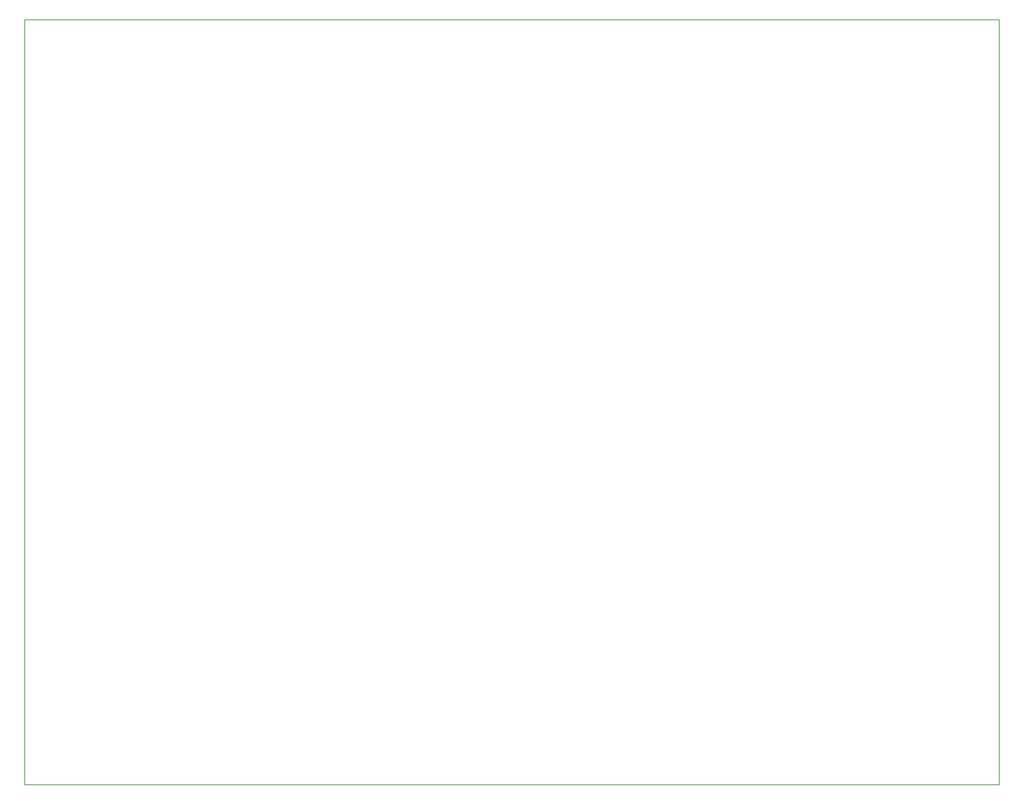
<source format=gko>
G04 Layer_Color=16711935*
%FSLAX44Y44*%
%MOMM*%
G71*
G01*
G75*
%ADD31C,0.0500*%
D31*
X0Y0D02*
Y929000D01*
Y0D02*
X1183000D01*
Y929000D01*
X0D02*
X1183000D01*
M02*

</source>
